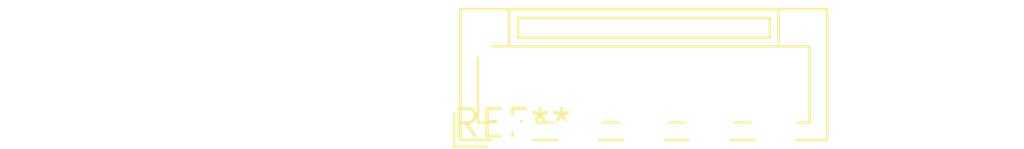
<source format=kicad_pcb>
(kicad_pcb (version 20240108) (generator pcbnew)
  (layers (0 "F.Cu" signal) (31 "B.Cu" signal) (34 "B.Paste" user) (35 "F.Paste" user) (36 "B.SilkS" user "B.Silkscreen") (37 "F.SilkS" user "F.Silkscreen") (38 "B.Mask" user) (39 "F.Mask" user) (44 "Edge.Cuts" user))
  (net 0 "")
  (footprint "JST_ZE_B09B-ZESK-1D_1x09_P1.50mm_Vertical" (layer "F.Cu") (at 0 0)
    (property "Reference" "REF**")
    (property "Value" "JST_ZE_B09B-ZESK-1D_1x09_P1.50mm_Vertical")
    (fp_line (start -2.66 -0.44) (end -2.66 1.06) (layer "F.SilkS") (stroke (width 0.12)))
    (fp_line (start -2.66 1.06) (end -1.16 1.06) (layer "F.SilkS") (stroke (width 0.12)))
    (fp_line (start -2.36 -5.21) (end 14.36 -5.21) (layer "F.SilkS") (stroke (width 0.12)))
    (fp_line (start -2.36 0.76) (end -2.36 -5.21) (layer "F.SilkS") (stroke (width 0.12)))
    (fp_line (start -1.56 -3) (end -1.56 -0.04) (layer "F.SilkS") (stroke (width 0.12)))
    (fp_line (start -1.56 -0.04) (end -1 -0.04) (layer "F.SilkS") (stroke (width 0.12)))
    (fp_line (start -0.96 0.76) (end -2.36 0.76) (layer "F.SilkS") (stroke (width 0.12)))
    (fp_line (start -0.14 -5.21) (end -0.14 -3.51) (layer "F.SilkS") (stroke (width 0.12)))
    (fp_line (start -0.14 -3.51) (end -0.9 -3.51) (layer "F.SilkS") (stroke (width 0.12)))
    (fp_line (start -0.14 -3.51) (end 12.14 -3.51) (layer "F.SilkS") (stroke (width 0.12)))
    (fp_line (start 0.26 -4.81) (end 0.26 -3.91) (layer "F.SilkS") (stroke (width 0.12)))
    (fp_line (start 0.26 -3.91) (end 11.74 -3.91) (layer "F.SilkS") (stroke (width 0.12)))
    (fp_line (start 0.96 0.76) (end 2.04 0.76) (layer "F.SilkS") (stroke (width 0.12)))
    (fp_line (start 1.135 -0.04) (end 1.865 -0.04) (layer "F.SilkS") (stroke (width 0.12)))
    (fp_line (start 3.96 0.76) (end 5.04 0.76) (layer "F.SilkS") (stroke (width 0.12)))
    (fp_line (start 4.135 -0.04) (end 4.865 -0.04) (layer "F.SilkS") (stroke (width 0.12)))
    (fp_line (start 6.96 0.76) (end 8.04 0.76) (layer "F.SilkS") (stroke (width 0.12)))
    (fp_line (start 7.135 -0.04) (end 7.865 -0.04) (layer "F.SilkS") (stroke (width 0.12)))
    (fp_line (start 9.96 0.76) (end 11.04 0.76) (layer "F.SilkS") (stroke (width 0.12)))
    (fp_line (start 10.135 -0.04) (end 10.865 -0.04) (layer "F.SilkS") (stroke (width 0.12)))
    (fp_line (start 11.74 -4.81) (end 0.26 -4.81) (layer "F.SilkS") (stroke (width 0.12)))
    (fp_line (start 11.74 -3.91) (end 11.74 -4.81) (layer "F.SilkS") (stroke (width 0.12)))
    (fp_line (start 12.14 -5.21) (end -0.14 -5.21) (layer "F.SilkS") (stroke (width 0.12)))
    (fp_line (start 12.14 -3.51) (end 12.14 -5.21) (layer "F.SilkS") (stroke (width 0.12)))
    (fp_line (start 12.14 -3.51) (end 13.56 -3.51) (layer "F.SilkS") (stroke (width 0.12)))
    (fp_line (start 13.56 -3.51) (end 13.56 -0.04) (layer "F.SilkS") (stroke (width 0.12)))
    (fp_line (start 13.56 -0.04) (end 13 -0.04) (layer "F.SilkS") (stroke (width 0.12)))
    (fp_line (start 14.36 -5.21) (end 14.36 0.76) (layer "F.SilkS") (stroke (width 0.12)))
    (fp_line (start 14.36 0.76) (end 12.96 0.76) (layer "F.SilkS") (stroke (width 0.12)))
    (pad "" np_thru_hole circle (at -1.65 -3.8) (size 0.85 0.85) (drill 0.85) (layers *.Cu *.Mask))
    (pad "1" thru_hole custom (at 0 0) (size 1.117157 1.117157) (drill 0.75) (layers *.Cu *.Mask) (remove_unused_layers) (options (clearance outline) (anchor circle)) (primitives (gr_poly (pts (xy 0.45 -0.225) (xy 0.45 0.625) (xy -0.45 0.625) (xy -0.45 -0.625) (xy 0.05 -0.625)) (width 0.5) (fill yes))))
    (pad "2" thru_hole oval (at 1.5 -2) (size 1.4 1.75) (drill 0.75) (layers *.Cu *.Mask) (remove_unused_layers))
    (pad "3" thru_hole oval (at 3 0) (size 1.4 1.75) (drill 0.75) (layers *.Cu *.Mask) (remove_unused_layers))
    (pad "4" thru_hole oval (at 4.5 -2) (size 1.4 1.75) (drill 0.75) (layers *.Cu *.Mask) (remove_unused_layers))
    (pad "5" thru_hole oval (at 6 0) (size 1.4 1.75) (drill 0.75) (layers *.Cu *.Mask) (remove_unused_layers))
    (pad "6" thru_hole oval (at 7.5 -2) (size 1.4 1.75) (drill 0.75) (layers *.Cu *.Mask) (remove_unused_layers))
    (pad "7" thru_hole oval (at 9 0) (size 1.4 1.75) (drill 0.75) (layers *.Cu *.Mask) (remove_unused_layers))
    (pad "8" thru_hole oval (at 10.5 -2) (size 1.4 1.75) (drill 0.75) (layers *.Cu *.Mask) (remove_unused_layers))
    (pad "9" thru_hole oval (at 12 0) (size 1.4 1.75) (drill 0.75) (layers *.Cu *.Mask) (remove_unused_layers))
  )
)
</source>
